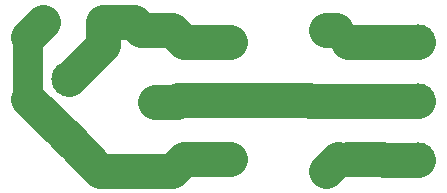
<source format=gbl>
%FSLAX23Y23*%
%MOMM*%
%SFA1B1*%

%IPPOS*%
%AMD16*
4,1,8,1.150620,0.474980,0.474980,1.150620,-0.474980,1.150620,-1.150620,0.474980,-1.150620,-0.474980,-0.474980,-1.150620,0.474980,-1.150620,1.150620,-0.474980,1.150620,0.474980,0.0*
%
%AMD18*
4,1,8,-1.501140,-0.622300,-0.622300,-1.501140,0.622300,-1.501140,1.501140,-0.622300,1.501140,0.622300,0.622300,1.501140,-0.622300,1.501140,-1.501140,0.622300,-1.501140,-0.622300,0.0*
%
%ADD10C,2.999994*%
%ADD11C,2.499995*%
%ADD12C,0.499999*%
%ADD13C,0.999998*%
%ADD14C,2.999994*%
%ADD15C,2.299995*%
G04~CAMADD=16~4~0.0~0.0~905.7~905.7~0.0~265.3~0~0.0~0.0~0.0~0.0~0~0.0~0.0~0.0~0.0~0~0.0~0.0~0.0~315.0~905.7~905.7*
%ADD16D16*%
%ADD17C,1.999996*%
G04~CAMADD=18~4~0.0~0.0~1181.0~1181.0~0.0~345.9~0~0.0~0.0~0.0~0.0~0~0.0~0.0~0.0~0.0~0~0.0~0.0~0.0~135.0~1181.0~1181.0*
%ADD18D18*%
%ADD19R,1.999996X1.999996*%
%LNpcb2-1*%
%LPD*%
G54D10*
X1778Y8255D02*
X5207Y4826D01*
X7874Y2159D02*
X13970D01*
X5207Y4826D02*
X7874Y2159D01*
X1778Y13484D02*
X3024Y14732D01*
X14991Y3180D02*
X18828D01*
X13970Y2159D02*
X14991Y3180D01*
X8128Y14732D02*
X10718D01*
X11353Y14097D02*
X13970D01*
X28829Y3180D02*
X31724D01*
X31857Y3048D02*
X34798D01*
X12493Y8001D02*
X14351D01*
X14480Y8130D02*
X16378D01*
X25527*
X25609Y8047D02*
X34798D01*
X13970Y14097D02*
X14986Y13081D01*
X18828*
X5207Y9906D02*
X8128Y12827D01*
Y14732*
X26971Y2159D02*
X27993Y3180D01*
X28861Y13047D02*
X34798D01*
X26971Y14097D02*
X27813D01*
G54D11*
X1778Y8255D02*
Y13484D01*
G54D12*
X10718Y14732D02*
X11353Y14097D01*
X31724Y3180D02*
X31857Y3048D01*
X14351Y8001D02*
X14480Y8130D01*
X25527D02*
X25609Y8047D01*
X27993Y3180D02*
X28829D01*
X27813Y14097D02*
X28829Y13081D01*
G54D13*
X28829Y13081D02*
X28861Y13047D01*
G54D14*
X34798Y13047D03*
Y3048D03*
Y8047D03*
X5207Y9906D03*
G54D15*
X16378Y8130D03*
X28829Y3180D03*
Y13081D03*
G54D16*
X18828Y3180D03*
Y13081D03*
G54D17*
X13970Y2159D03*
Y14097D03*
X26971D03*
X12493Y8001D03*
X26971Y2159D03*
X3024Y14732D03*
G54D18*
X5207Y4826D03*
G54D19*
X8128Y14732D03*
M02*
</source>
